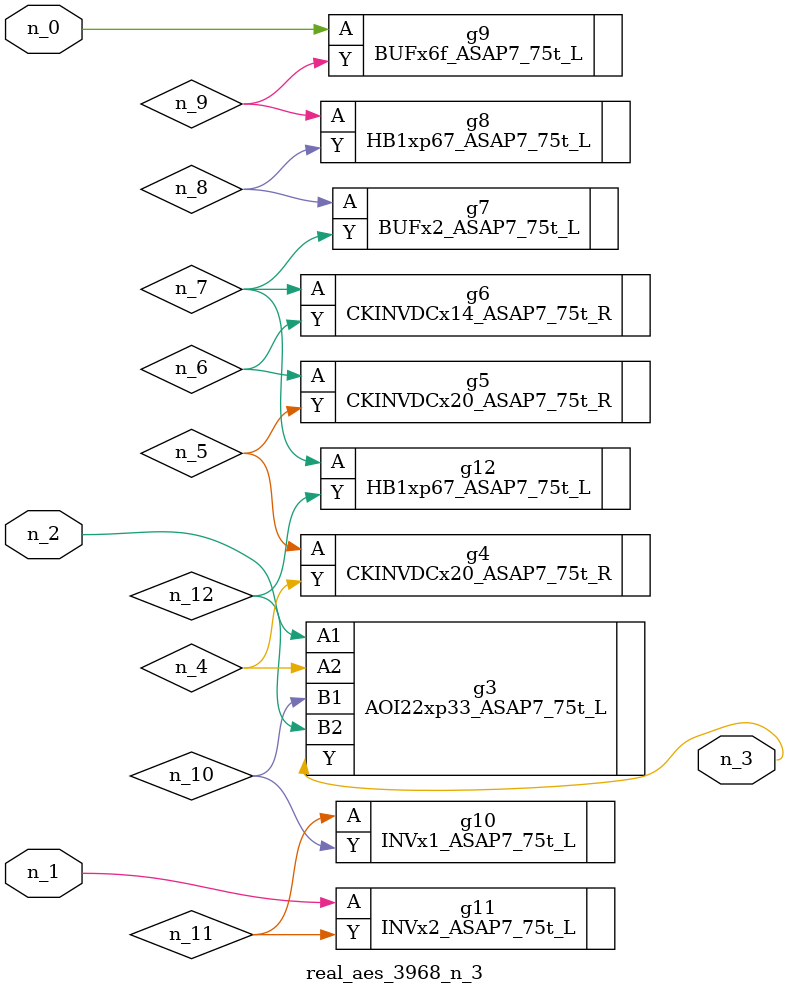
<source format=v>
module real_aes_3968_n_3 (n_0, n_2, n_1, n_3);
input n_0;
input n_2;
input n_1;
output n_3;
wire n_4;
wire n_5;
wire n_7;
wire n_8;
wire n_12;
wire n_6;
wire n_9;
wire n_10;
wire n_11;
BUFx6f_ASAP7_75t_L g9 ( .A(n_0), .Y(n_9) );
INVx2_ASAP7_75t_L g11 ( .A(n_1), .Y(n_11) );
AOI22xp33_ASAP7_75t_L g3 ( .A1(n_2), .A2(n_4), .B1(n_10), .B2(n_12), .Y(n_3) );
CKINVDCx20_ASAP7_75t_R g4 ( .A(n_5), .Y(n_4) );
CKINVDCx20_ASAP7_75t_R g5 ( .A(n_6), .Y(n_5) );
CKINVDCx14_ASAP7_75t_R g6 ( .A(n_7), .Y(n_6) );
HB1xp67_ASAP7_75t_L g12 ( .A(n_7), .Y(n_12) );
BUFx2_ASAP7_75t_L g7 ( .A(n_8), .Y(n_7) );
HB1xp67_ASAP7_75t_L g8 ( .A(n_9), .Y(n_8) );
INVx1_ASAP7_75t_L g10 ( .A(n_11), .Y(n_10) );
endmodule
</source>
